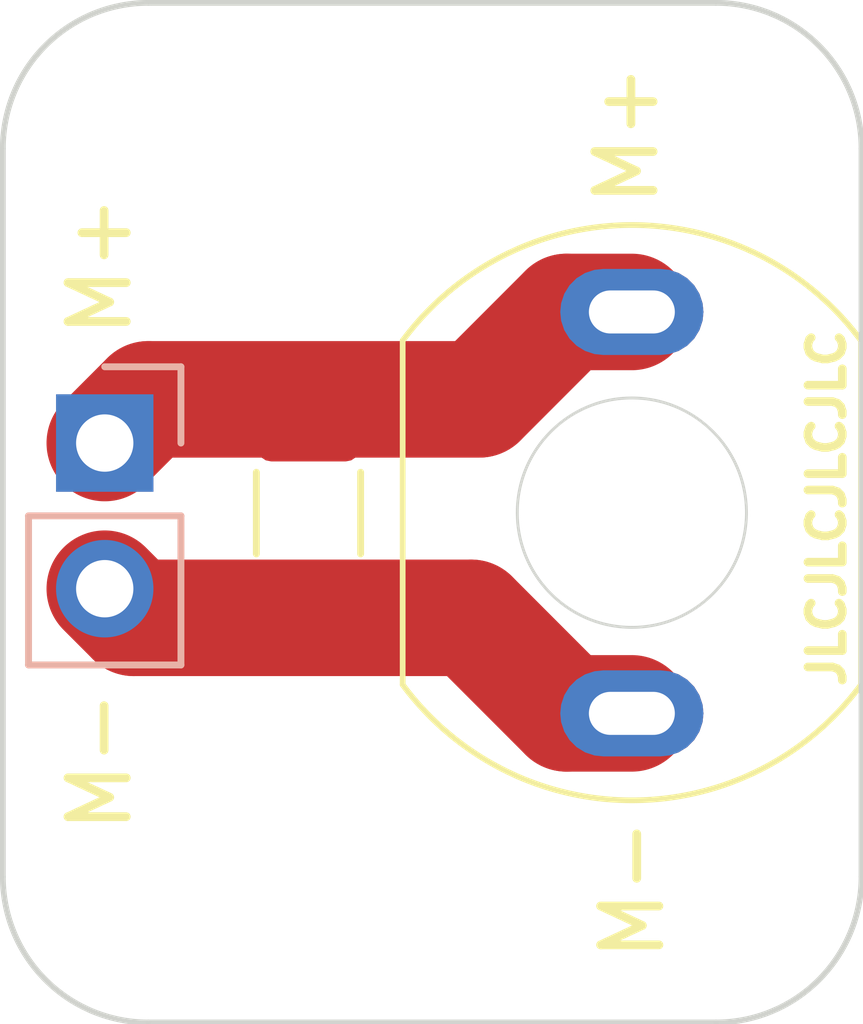
<source format=kicad_pcb>
(kicad_pcb (version 20221018) (generator pcbnew)
  (layers (0 "F.Cu" signal) (31 "B.Cu" signal) (34 "B.Paste" user) (35 "F.Paste" user) (36 "B.SilkS" user "B.Silkscreen") (37 "F.SilkS" user "F.Silkscreen") (38 "B.Mask" user) (39 "F.Mask" user) (44 "Edge.Cuts" user))
  (net 0 "")
  (net 1 "+VDC")
  (net 2 "-VDC")
  (footprint "Capacitor_SMD:C_1206_3216Metric" (layer "F.Cu") (at 25.146 24.335 -90)
    (fp_text reference "C1" hide)
    (fp_text value "47uF" hide)
    (fp_line (start -0.711252 -0.91) (end 0.711252 -0.91) (stroke (width 0.12)) (layer "F.SilkS"))
    (fp_line (start -0.711252 0.91) (end 0.711252 0.91) (stroke (width 0.12)) (layer "F.SilkS"))
    (pad "1" smd roundrect (at -1.475 0 270) (size 1.15 1.8) (layers "F.Cu" "F.Paste" "F.Mask") (roundrect_rratio 0.2173913043) (net 1 "+VDC"))
    (pad "2" smd roundrect (at 1.475 0 270) (size 1.15 1.8) (layers "F.Cu" "F.Paste" "F.Mask") (roundrect_rratio 0.2173913043) (net 2 "-VDC"))
  )
  (footprint "open-servo-core:SG90_Motor" (layer "F.Cu") (at 30.79 24.328)
    (fp_text reference "M1" hide)
    (fp_text value "Motor_DC" hide)
    (fp_line (start -4 -3) (end -4 3) (stroke (width 0.1)) (layer "F.SilkS"))
    (fp_line (start 4 -3) (end 4 3) (stroke (width 0.1)) (layer "F.SilkS"))
    (fp_arc (start -4 -3) (mid 0 -5.016166) (end 4 -3) (stroke (width 0.1)) (layer "F.SilkS"))
    (fp_arc (start 4 3) (mid 0 5.016167) (end -4 3) (stroke (width 0.1)) (layer "F.SilkS"))
    (fp_circle (center 0 0) (end 2 0) (stroke (width 0.05)) (fill none) (layer "Edge.Cuts"))
    (pad "1" thru_hole roundrect (at 0 -3.5) (size 2.5 1.5) (drill oval 1.5 0.75) (layers "*.Cu" "*.Mask") (roundrect_rratio 0.5) (net 1 "+VDC"))
    (pad "2" thru_hole roundrect (at 0 3.5) (size 2.5 1.5) (drill oval 1.5 0.75) (layers "*.Cu" "*.Mask") (roundrect_rratio 0.5) (net 2 "-VDC"))
  )
  (footprint "Connector_PinHeader_2.54mm:PinHeader_1x02_P2.54mm_Vertical" (layer "B.Cu") (at 21.59 23.114 180)
    (fp_text reference "J1" hide)
    (fp_text value "~" hide)
    (fp_line (start -1.33 -3.87) (end 1.33 -3.87) (stroke (width 0.12)) (layer "B.SilkS"))
    (fp_line (start -1.33 -1.27) (end -1.33 -3.87) (stroke (width 0.12)) (layer "B.SilkS"))
    (fp_line (start -1.33 -1.27) (end 1.33 -1.27) (stroke (width 0.12)) (layer "B.SilkS"))
    (fp_line (start -1.33 0) (end -1.33 1.33) (stroke (width 0.12)) (layer "B.SilkS"))
    (fp_line (start -1.33 1.33) (end 0 1.33) (stroke (width 0.12)) (layer "B.SilkS"))
    (fp_line (start 1.33 -1.27) (end 1.33 -3.87) (stroke (width 0.12)) (layer "B.SilkS"))
    (pad "1" thru_hole rect (at 0 0 180) (size 1.7 1.7) (drill 1) (layers "*.Cu" "*.Mask") (net 1 "+VDC"))
    (pad "2" thru_hole oval (at 0 -2.54 180) (size 1.7 1.7) (drill 1) (layers "*.Cu" "*.Mask") (net 2 "-VDC"))
  )
  (gr_arc (start 19.812 17.978) (mid 20.555949 16.181949) (end 22.352 15.438) (stroke (width 0.1)) (layer "Edge.Cuts"))
  (gr_line (start 34.798 17.978) (end 34.798 30.678) (stroke (width 0.1)) (layer "Edge.Cuts"))
  (gr_arc (start 32.258 15.438) (mid 34.054051 16.181949) (end 34.798 17.978) (stroke (width 0.1)) (layer "Edge.Cuts"))
  (gr_arc (start 22.352 33.218) (mid 20.555949 32.474051) (end 19.812 30.678) (stroke (width 0.1)) (layer "Edge.Cuts"))
  (gr_line (start 32.258 33.218) (end 22.352 33.218) (stroke (width 0.1)) (layer "Edge.Cuts"))
  (gr_line (start 19.812 17.978) (end 19.812 30.678) (stroke (width 0.1)) (layer "Edge.Cuts"))
  (gr_line (start 22.352 15.438) (end 32.258 15.438) (stroke (width 0.1)) (layer "Edge.Cuts"))
  (gr_arc (start 34.798 30.678) (mid 34.054051 32.474051) (end 32.258 33.218) (stroke (width 0.1)) (layer "Edge.Cuts"))
  (gr_text "M+" (at 22.098 21.336 90) (layer "F.SilkS") (effects (font (size 1.016 1.016) (thickness 0.1524)) (justify left bottom)))
  (gr_text "JLCJLCJLCJLC" (at 34.544 27.432 90) (layer "F.SilkS") (effects (font (size 0.6 0.6)) (justify left bottom)))
  (gr_text "M+" (at 31.2928 19.05 90) (layer "F.SilkS") (effects (font (size 1.016 1.016) (thickness 0.1524)) (justify left bottom)))
  (gr_text "M-" (at 31.3944 32.2072 90) (layer "F.SilkS") (effects (font (size 1.016 1.016) (thickness 0.1524)) (justify left bottom)))
  (gr_text "M-" (at 22.098 29.972 90) (layer "F.SilkS") (effects (font (size 1.016 1.016) (thickness 0.1524)) (justify left bottom)))
  (segment (start 21.59 23.114) (end 22.352 22.352) (width 2.032) (layer "F.Cu") (net 1))
  (segment (start 29.650232 20.828) (end 30.79 20.828) (width 2.032) (layer "F.Cu") (net 1))
  (segment (start 22.352 22.352) (end 28.126232 22.352) (width 2.032) (layer "F.Cu") (net 1))
  (segment (start 28.126232 22.352) (end 29.650232 20.828) (width 2.032) (layer "F.Cu") (net 1))
  (segment (start 29.650232 27.828) (end 30.79 27.828) (width 2.032) (layer "F.Cu") (net 2))
  (segment (start 21.59 25.654) (end 22.098 26.162) (width 2.032) (layer "F.Cu") (net 2))
  (segment (start 27.984232 26.162) (end 29.650232 27.828) (width 2.032) (layer "F.Cu") (net 2))
  (segment (start 22.098 26.162) (end 27.984232 26.162) (width 2.032) (layer "F.Cu") (net 2))
)
</source>
